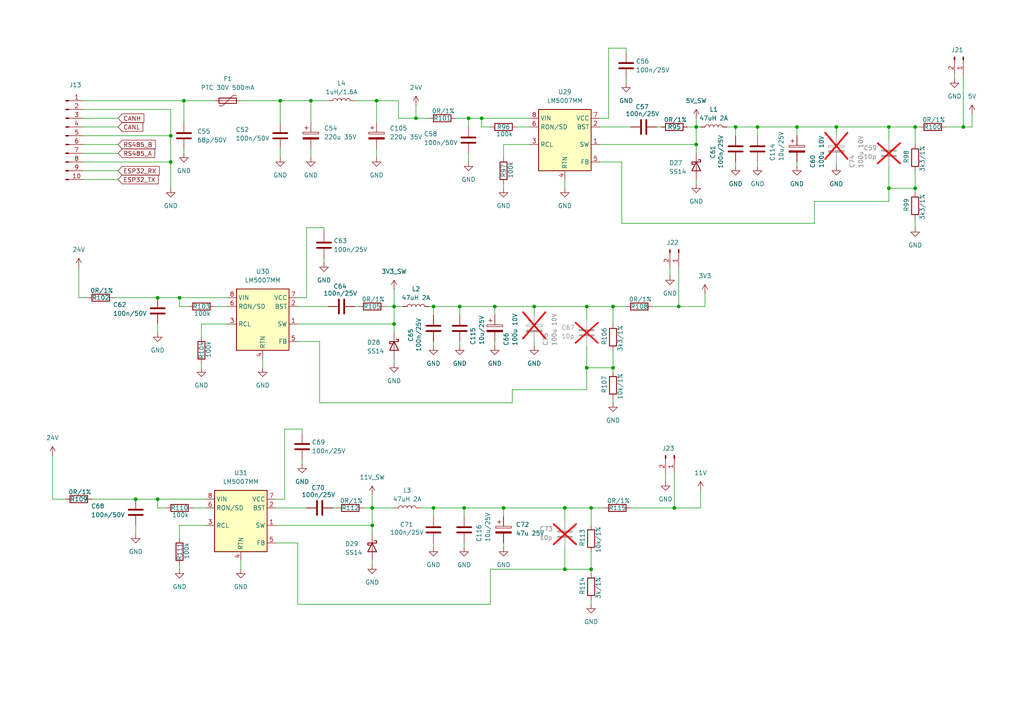
<source format=kicad_sch>
(kicad_sch (version 20250114) (generator "eeschema") (generator_version "9.0")
  (paper "A4")
  (lib_symbols
    (symbol "Connector:Conn_01x02_Pin" (pin_names (offset 1.016) (hide yes))
      (property "Reference" "J" (at 0 2.54 0))
      (property "Value" "Conn_01x02_Pin" (at 0 -5.08 0))
      (symbol "Conn_01x02_Pin_1_1"
        (pin passive line (at 5.08 0 180) (length 3.81) (name "Pin_1") (number "1"))
        (pin passive line (at 5.08 -2.54 180) (length 3.81) (name "Pin_2") (number "2"))
      )
    )
    (symbol "Connector:Conn_01x10_Pin" (pin_names (offset 1.016) (hide yes))
      (property "Reference" "J" (at 0 12.7 0))
      (property "Value" "Conn_01x10_Pin" (at 0 -15.24 0))
      (symbol "Conn_01x10_Pin_1_1"
        (pin passive line (at 5.08 10.16 180) (length 3.81) (name "Pin_1") (number "1"))
        (pin passive line (at 5.08 7.62 180) (length 3.81) (name "Pin_2") (number "2"))
        (pin passive line (at 5.08 5.08 180) (length 3.81) (name "Pin_3") (number "3"))
        (pin passive line (at 5.08 2.54 180) (length 3.81) (name "Pin_4") (number "4"))
        (pin passive line (at 5.08 0 180) (length 3.81) (name "Pin_5") (number "5"))
        (pin passive line (at 5.08 -2.54 180) (length 3.81) (name "Pin_6") (number "6"))
        (pin passive line (at 5.08 -5.08 180) (length 3.81) (name "Pin_7") (number "7"))
        (pin passive line (at 5.08 -7.62 180) (length 3.81) (name "Pin_8") (number "8"))
        (pin passive line (at 5.08 -10.16 180) (length 3.81) (name "Pin_9") (number "9"))
        (pin passive line (at 5.08 -12.7 180) (length 3.81) (name "Pin_10") (number "10"))
      )
    )
    (symbol "Device:C" (pin_numbers (hide yes)) (pin_names (offset 0.254))
      (property "Reference" "C" (at 0.635 2.54 0))
      (property "Value" "C" (at 0.635 -2.54 0))
      (symbol "C_1_1"
        (pin passive line (at 0 3.81 270) (length 2.794) (name "~") (number "1"))
        (pin passive line (at 0 -3.81 90) (length 2.794) (name "~") (number "2"))
      )
    )
    (symbol "Device:C_Polarized" (pin_numbers (hide yes)) (pin_names (offset 0.254))
      (property "Reference" "C" (at 0.635 2.54 0))
      (property "Value" "C_Polarized" (at 0.635 -2.54 0))
      (symbol "C_Polarized_1_1"
        (pin passive line (at 0 3.81 270) (length 2.794) (name "~") (number "1"))
        (pin passive line (at 0 -3.81 90) (length 2.794) (name "~") (number "2"))
      )
    )
    (symbol "Device:D_Schottky" (pin_numbers (hide yes)) (pin_names (offset 1.016) (hide yes))
      (property "Reference" "D" (at 0 2.54 0))
      (property "Value" "D_Schottky" (at 0 -2.54 0))
      (symbol "D_Schottky_1_1"
        (pin passive line (at -3.81 0 0) (length 2.54) (name "K") (number "1"))
        (pin passive line (at 3.81 0 180) (length 2.54) (name "A") (number "2"))
      )
    )
    (symbol "Device:L" (pin_numbers (hide yes)) (pin_names (offset 1.016) (hide yes))
      (property "Reference" "L" (at -1.27 0 90))
      (property "Value" "L" (at 1.905 0 90))
      (symbol "L_1_1"
        (pin passive line (at 0 3.81 270) (length 1.27) (name "1") (number "1"))
        (pin passive line (at 0 -3.81 90) (length 1.27) (name "2") (number "2"))
      )
    )
    (symbol "Device:Polyfuse" (pin_numbers (hide yes)) (pin_names (offset 0))
      (property "Reference" "F" (at -2.54 0 90))
      (property "Value" "Polyfuse" (at 2.54 0 90))
      (symbol "Polyfuse_1_1"
        (pin passive line (at 0 3.81 270) (length 1.27) (name "~") (number "1"))
        (pin passive line (at 0 -3.81 90) (length 1.27) (name "~") (number "2"))
      )
    )
    (symbol "Device:R" (pin_numbers (hide yes)) (pin_names (offset 0))
      (property "Reference" "R" (at 2.032 0 90))
      (property "Value" "R" (at 0 0 90))
      (symbol "R_1_1"
        (pin passive line (at 0 3.81 270) (length 1.27) (name "~") (number "1"))
        (pin passive line (at 0 -3.81 90) (length 1.27) (name "~") (number "2"))
      )
    )
    (symbol "Regulator_Switching:LM5007MM"
      (property "Reference" "U" (at -7.62 8.89 0))
      (property "Value" "LM5007MM" (at 0 8.89 0))
      (symbol "LM5007MM_1_1"
        (pin power_in line (at -10.16 5.08 0) (length 2.54) (name "VIN") (number "8"))
        (pin input line (at -10.16 2.54 0) (length 2.54) (name "RON/SD") (number "6"))
        (pin input line (at -10.16 -2.54 0) (length 2.54) (name "RCL") (number "3"))
        (pin power_in line (at 0 -12.7 90) (length 2.54) (name "RTN") (number "4"))
        (pin output line (at 10.16 5.08 180) (length 2.54) (name "VCC") (number "7"))
        (pin input line (at 10.16 2.54 180) (length 2.54) (name "BST") (number "2"))
        (pin output line (at 10.16 -2.54 180) (length 2.54) (name "SW") (number "1"))
        (pin input line (at 10.16 -7.62 180) (length 2.54) (name "FB") (number "5"))
      )
    )
    (symbol "power:GND" (power) (pin_numbers (hide yes)) (pin_names (offset 0) (hide yes))
      (property "Value" "GND" (at 0 -3.81 0))
      (symbol "GND_1_1"
        (pin power_in line (at 0 0 270) (length 0) (name "~") (number "1"))
      )
    )
    (symbol "power:VCC" (power) (pin_numbers (hide yes)) (pin_names (offset 0) (hide yes))
      (property "Value" "VCC" (at 0 3.556 0))
      (symbol "VCC_1_1"
        (pin power_in line (at 0 0 90) (length 0) (name "~") (number "1"))
      )
    )
  )
  (junction (at 49.53 39.37))
  (junction (at 257.81 54.61))
  (junction (at 163.83 147.32))
  (junction (at 213.36 36.83))
  (junction (at 53.34 29.21))
  (junction (at 146.05 147.32))
  (junction (at 49.53 46.99))
  (junction (at 265.43 54.61))
  (junction (at 107.95 147.32))
  (junction (at 109.22 29.21))
  (junction (at 135.89 34.29))
  (junction (at 265.43 36.83))
  (junction (at 171.45 147.32))
  (junction (at 120.65 34.29))
  (junction (at 170.18 88.9))
  (junction (at 133.35 88.9))
  (junction (at 195.58 147.32))
  (junction (at 143.51 88.9))
  (junction (at 125.73 88.9))
  (junction (at 279.4 36.83))
  (junction (at 257.81 36.83))
  (junction (at 45.72 86.36))
  (junction (at 219.71 36.83))
  (junction (at 134.62 147.32))
  (junction (at 81.28 29.21))
  (junction (at 125.73 147.32))
  (junction (at 39.37 144.78))
  (junction (at 201.93 36.83))
  (junction (at 170.18 106.68))
  (junction (at 114.3 88.9))
  (junction (at 163.83 165.1))
  (junction (at 45.72 144.78))
  (junction (at 90.17 29.21))
  (junction (at 242.57 36.83))
  (junction (at 196.85 88.9))
  (junction (at 52.07 86.36))
  (junction (at 231.14 36.83))
  (junction (at 154.94 88.9))
  (junction (at 177.8 88.9))
  (junction (at 114.3 93.98))
  (junction (at 107.95 152.4))
  (junction (at 139.7 34.29))
  (junction (at 177.8 106.68))
  (junction (at 201.93 41.91))
  (junction (at 171.45 165.1))
  (wire (pts (xy 76.2 104.14) (xy 76.2 106.68)))
  (wire (pts (xy 24.13 39.37) (xy 49.53 39.37)))
  (wire (pts (xy 114.3 88.9) (xy 111.76 88.9)))
  (wire (pts (xy 170.18 100.33) (xy 170.18 106.68)))
  (wire (pts (xy 125.73 88.9) (xy 133.35 88.9)))
  (wire (pts (xy 170.18 113.03) (xy 170.18 106.68)))
  (wire (pts (xy 24.13 46.99) (xy 49.53 46.99)))
  (wire (pts (xy 24.13 36.83) (xy 34.29 36.83)))
  (wire (pts (xy 171.45 165.1) (xy 171.45 166.37)))
  (wire (pts (xy 66.04 93.98) (xy 58.42 93.98)))
  (wire (pts (xy 107.95 147.32) (xy 105.41 147.32)))
  (wire (pts (xy 279.4 21.59) (xy 279.4 36.83)))
  (wire (pts (xy 114.3 93.98) (xy 114.3 88.9)))
  (wire (pts (xy 39.37 152.4) (xy 39.37 154.94)))
  (wire (pts (xy 69.85 29.21) (xy 81.28 29.21)))
  (wire (pts (xy 171.45 165.1) (xy 163.83 165.1)))
  (wire (pts (xy 53.34 29.21) (xy 62.23 29.21)))
  (wire (pts (xy 219.71 36.83) (xy 231.14 36.83)))
  (wire (pts (xy 33.02 86.36) (xy 45.72 86.36)))
  (wire (pts (xy 181.61 22.86) (xy 181.61 24.13)))
  (wire (pts (xy 176.53 34.29) (xy 176.53 13.97)))
  (wire (pts (xy 180.34 46.99) (xy 173.99 46.99)))
  (wire (pts (xy 173.99 41.91) (xy 201.93 41.91)))
  (wire (pts (xy 124.46 88.9) (xy 125.73 88.9)))
  (wire (pts (xy 55.88 147.32) (xy 59.69 147.32)))
  (wire (pts (xy 142.24 175.26) (xy 142.24 165.1)))
  (wire (pts (xy 109.22 35.56) (xy 109.22 29.21)))
  (wire (pts (xy 92.71 99.06) (xy 92.71 116.84)))
  (wire (pts (xy 204.47 85.09) (xy 204.47 88.9)))
  (wire (pts (xy 49.53 46.99) (xy 49.53 54.61)))
  (wire (pts (xy 148.59 113.03) (xy 170.18 113.03)))
  (wire (pts (xy 62.23 88.9) (xy 66.04 88.9)))
  (wire (pts (xy 170.18 88.9) (xy 177.8 88.9)))
  (wire (pts (xy 163.83 147.32) (xy 163.83 151.13)))
  (wire (pts (xy 120.65 34.29) (xy 120.65 30.48)))
  (wire (pts (xy 213.36 36.83) (xy 219.71 36.83)))
  (wire (pts (xy 92.71 116.84) (xy 148.59 116.84)))
  (wire (pts (xy 201.93 41.91) (xy 201.93 36.83)))
  (wire (pts (xy 146.05 157.48) (xy 146.05 158.75)))
  (wire (pts (xy 143.51 88.9) (xy 154.94 88.9)))
  (wire (pts (xy 90.17 29.21) (xy 95.25 29.21)))
  (wire (pts (xy 52.07 165.1) (xy 52.07 163.83)))
  (wire (pts (xy 133.35 88.9) (xy 133.35 91.44)))
  (wire (pts (xy 135.89 34.29) (xy 139.7 34.29)))
  (wire (pts (xy 173.99 36.83) (xy 182.88 36.83)))
  (wire (pts (xy 257.81 58.42) (xy 257.81 54.61)))
  (wire (pts (xy 88.9 66.04) (xy 93.98 66.04)))
  (wire (pts (xy 86.36 88.9) (xy 95.25 88.9)))
  (wire (pts (xy 87.63 133.35) (xy 87.63 134.62)))
  (wire (pts (xy 281.94 36.83) (xy 281.94 33.02)))
  (wire (pts (xy 69.85 162.56) (xy 69.85 165.1)))
  (wire (pts (xy 86.36 86.36) (xy 88.9 86.36)))
  (wire (pts (xy 171.45 147.32) (xy 171.45 152.4)))
  (wire (pts (xy 266.7 36.83) (xy 265.43 36.83)))
  (wire (pts (xy 58.42 106.68) (xy 58.42 105.41)))
  (wire (pts (xy 236.22 58.42) (xy 257.81 58.42)))
  (wire (pts (xy 219.71 36.83) (xy 219.71 39.37)))
  (wire (pts (xy 80.01 144.78) (xy 82.55 144.78)))
  (wire (pts (xy 177.8 101.6) (xy 177.8 106.68)))
  (wire (pts (xy 163.83 147.32) (xy 171.45 147.32)))
  (wire (pts (xy 153.67 41.91) (xy 146.05 41.91)))
  (wire (pts (xy 58.42 93.98) (xy 58.42 97.79)))
  (wire (pts (xy 276.86 21.59) (xy 276.86 22.86)))
  (wire (pts (xy 139.7 36.83) (xy 139.7 34.29)))
  (wire (pts (xy 49.53 39.37) (xy 49.53 46.99)))
  (wire (pts (xy 86.36 157.48) (xy 80.01 157.48)))
  (wire (pts (xy 171.45 173.99) (xy 171.45 175.26)))
  (wire (pts (xy 90.17 43.18) (xy 90.17 45.72)))
  (wire (pts (xy 24.13 44.45) (xy 34.29 44.45)))
  (wire (pts (xy 257.81 48.26) (xy 257.81 54.61)))
  (wire (pts (xy 257.81 36.83) (xy 257.81 40.64)))
  (wire (pts (xy 124.46 34.29) (xy 120.65 34.29)))
  (wire (pts (xy 54.61 88.9) (xy 52.07 88.9)))
  (wire (pts (xy 195.58 147.32) (xy 203.2 147.32)))
  (wire (pts (xy 87.63 124.46) (xy 87.63 125.73)))
  (wire (pts (xy 154.94 99.06) (xy 154.94 100.33)))
  (wire (pts (xy 81.28 43.18) (xy 81.28 45.72)))
  (wire (pts (xy 180.34 64.77) (xy 236.22 64.77)))
  (wire (pts (xy 274.32 36.83) (xy 279.4 36.83)))
  (wire (pts (xy 48.26 147.32) (xy 45.72 147.32)))
  (wire (pts (xy 148.59 116.84) (xy 148.59 113.03)))
  (wire (pts (xy 177.8 88.9) (xy 181.61 88.9)))
  (wire (pts (xy 177.8 88.9) (xy 177.8 93.98)))
  (wire (pts (xy 39.37 144.78) (xy 45.72 144.78)))
  (wire (pts (xy 201.93 52.07) (xy 201.93 53.34)))
  (wire (pts (xy 242.57 36.83) (xy 257.81 36.83)))
  (wire (pts (xy 45.72 147.32) (xy 45.72 144.78)))
  (wire (pts (xy 24.13 34.29) (xy 34.29 34.29)))
  (wire (pts (xy 142.24 165.1) (xy 163.83 165.1)))
  (wire (pts (xy 125.73 147.32) (xy 134.62 147.32)))
  (wire (pts (xy 125.73 147.32) (xy 125.73 149.86)))
  (wire (pts (xy 149.86 36.83) (xy 153.67 36.83)))
  (wire (pts (xy 109.22 43.18) (xy 109.22 45.72)))
  (wire (pts (xy 80.01 152.4) (xy 107.95 152.4)))
  (wire (pts (xy 80.01 147.32) (xy 88.9 147.32)))
  (wire (pts (xy 45.72 144.78) (xy 59.69 144.78)))
  (wire (pts (xy 52.07 86.36) (xy 66.04 86.36)))
  (wire (pts (xy 196.85 77.47) (xy 196.85 88.9)))
  (wire (pts (xy 154.94 88.9) (xy 154.94 91.44)))
  (wire (pts (xy 134.62 157.48) (xy 134.62 158.75)))
  (wire (pts (xy 170.18 88.9) (xy 170.18 92.71)))
  (wire (pts (xy 146.05 54.61) (xy 146.05 53.34)))
  (wire (pts (xy 26.67 144.78) (xy 39.37 144.78)))
  (wire (pts (xy 163.83 158.75) (xy 163.83 165.1)))
  (wire (pts (xy 132.08 34.29) (xy 135.89 34.29)))
  (wire (pts (xy 154.94 88.9) (xy 170.18 88.9)))
  (wire (pts (xy 92.71 99.06) (xy 86.36 99.06)))
  (wire (pts (xy 193.04 137.16) (xy 193.04 139.7)))
  (wire (pts (xy 139.7 34.29) (xy 153.67 34.29)))
  (wire (pts (xy 96.52 147.32) (xy 97.79 147.32)))
  (wire (pts (xy 107.95 147.32) (xy 114.3 147.32)))
  (wire (pts (xy 82.55 124.46) (xy 87.63 124.46)))
  (wire (pts (xy 213.36 36.83) (xy 213.36 39.37)))
  (wire (pts (xy 115.57 29.21) (xy 115.57 34.29)))
  (wire (pts (xy 146.05 147.32) (xy 163.83 147.32)))
  (wire (pts (xy 213.36 46.99) (xy 213.36 48.26)))
  (wire (pts (xy 19.05 144.78) (xy 15.24 144.78)))
  (wire (pts (xy 81.28 35.56) (xy 81.28 29.21)))
  (wire (pts (xy 52.07 152.4) (xy 52.07 156.21)))
  (wire (pts (xy 133.35 88.9) (xy 143.51 88.9)))
  (wire (pts (xy 190.5 36.83) (xy 191.77 36.83)))
  (wire (pts (xy 53.34 43.18) (xy 53.34 44.45)))
  (wire (pts (xy 177.8 115.57) (xy 177.8 116.84)))
  (wire (pts (xy 143.51 99.06) (xy 143.51 100.33)))
  (wire (pts (xy 231.14 36.83) (xy 242.57 36.83)))
  (wire (pts (xy 53.34 29.21) (xy 53.34 35.56)))
  (wire (pts (xy 173.99 34.29) (xy 176.53 34.29)))
  (wire (pts (xy 82.55 144.78) (xy 82.55 124.46)))
  (wire (pts (xy 236.22 64.77) (xy 236.22 58.42)))
  (wire (pts (xy 201.93 41.91) (xy 201.93 44.45)))
  (wire (pts (xy 189.23 88.9) (xy 196.85 88.9)))
  (wire (pts (xy 171.45 147.32) (xy 175.26 147.32)))
  (wire (pts (xy 107.95 152.4) (xy 107.95 154.94)))
  (wire (pts (xy 114.3 104.14) (xy 114.3 105.41)))
  (wire (pts (xy 107.95 152.4) (xy 107.95 147.32)))
  (wire (pts (xy 265.43 54.61) (xy 257.81 54.61)))
  (wire (pts (xy 210.82 36.83) (xy 213.36 36.83)))
  (wire (pts (xy 146.05 41.91) (xy 146.05 45.72)))
  (wire (pts (xy 180.34 46.99) (xy 180.34 64.77)))
  (wire (pts (xy 134.62 147.32) (xy 134.62 149.86)))
  (wire (pts (xy 49.53 31.75) (xy 49.53 39.37)))
  (wire (pts (xy 196.85 88.9) (xy 204.47 88.9)))
  (wire (pts (xy 231.14 36.83) (xy 231.14 39.37)))
  (wire (pts (xy 22.86 86.36) (xy 25.4 86.36)))
  (wire (pts (xy 93.98 74.93) (xy 93.98 76.2)))
  (wire (pts (xy 265.43 49.53) (xy 265.43 54.61)))
  (wire (pts (xy 24.13 31.75) (xy 49.53 31.75)))
  (wire (pts (xy 265.43 36.83) (xy 265.43 41.91)))
  (wire (pts (xy 59.69 152.4) (xy 52.07 152.4)))
  (wire (pts (xy 142.24 36.83) (xy 139.7 36.83)))
  (wire (pts (xy 121.92 147.32) (xy 125.73 147.32)))
  (wire (pts (xy 125.73 99.06) (xy 125.73 100.33)))
  (wire (pts (xy 114.3 83.82) (xy 114.3 88.9)))
  (wire (pts (xy 176.53 13.97) (xy 181.61 13.97)))
  (wire (pts (xy 201.93 34.29) (xy 201.93 36.83)))
  (wire (pts (xy 22.86 77.47) (xy 22.86 86.36)))
  (wire (pts (xy 86.36 175.26) (xy 142.24 175.26)))
  (wire (pts (xy 90.17 35.56) (xy 90.17 29.21)))
  (wire (pts (xy 279.4 36.83) (xy 281.94 36.83)))
  (wire (pts (xy 195.58 137.16) (xy 195.58 147.32)))
  (wire (pts (xy 231.14 46.99) (xy 231.14 48.26)))
  (wire (pts (xy 219.71 46.99) (xy 219.71 48.26)))
  (wire (pts (xy 265.43 63.5) (xy 265.43 66.04)))
  (wire (pts (xy 86.36 157.48) (xy 86.36 175.26)))
  (wire (pts (xy 133.35 99.06) (xy 133.35 100.33)))
  (wire (pts (xy 265.43 54.61) (xy 265.43 55.88)))
  (wire (pts (xy 182.88 147.32) (xy 195.58 147.32)))
  (wire (pts (xy 257.81 36.83) (xy 265.43 36.83)))
  (wire (pts (xy 45.72 86.36) (xy 52.07 86.36)))
  (wire (pts (xy 15.24 132.08) (xy 15.24 144.78)))
  (wire (pts (xy 194.31 77.47) (xy 194.31 80.01)))
  (wire (pts (xy 125.73 157.48) (xy 125.73 158.75)))
  (wire (pts (xy 134.62 147.32) (xy 146.05 147.32)))
  (wire (pts (xy 242.57 36.83) (xy 242.57 39.37)))
  (wire (pts (xy 24.13 52.07) (xy 34.29 52.07)))
  (wire (pts (xy 242.57 46.99) (xy 242.57 48.26)))
  (wire (pts (xy 135.89 44.45) (xy 135.89 46.99)))
  (wire (pts (xy 201.93 36.83) (xy 203.2 36.83)))
  (wire (pts (xy 203.2 147.32) (xy 203.2 142.24)))
  (wire (pts (xy 125.73 88.9) (xy 125.73 91.44)))
  (wire (pts (xy 181.61 13.97) (xy 181.61 15.24)))
  (wire (pts (xy 102.87 88.9) (xy 104.14 88.9)))
  (wire (pts (xy 93.98 66.04) (xy 93.98 67.31)))
  (wire (pts (xy 107.95 162.56) (xy 107.95 163.83)))
  (wire (pts (xy 102.87 29.21) (xy 109.22 29.21)))
  (wire (pts (xy 146.05 147.32) (xy 146.05 149.86)))
  (wire (pts (xy 109.22 29.21) (xy 115.57 29.21)))
  (wire (pts (xy 115.57 34.29) (xy 120.65 34.29)))
  (wire (pts (xy 171.45 160.02) (xy 171.45 165.1)))
  (wire (pts (xy 177.8 106.68) (xy 170.18 106.68)))
  (wire (pts (xy 45.72 93.98) (xy 45.72 96.52)))
  (wire (pts (xy 86.36 93.98) (xy 114.3 93.98)))
  (wire (pts (xy 163.83 52.07) (xy 163.83 54.61)))
  (wire (pts (xy 143.51 88.9) (xy 143.51 91.44)))
  (wire (pts (xy 114.3 88.9) (xy 116.84 88.9)))
  (wire (pts (xy 90.17 29.21) (xy 81.28 29.21)))
  (wire (pts (xy 24.13 49.53) (xy 34.29 49.53)))
  (wire (pts (xy 107.95 143.51) (xy 107.95 147.32)))
  (wire (pts (xy 114.3 93.98) (xy 114.3 96.52)))
  (wire (pts (xy 52.07 88.9) (xy 52.07 86.36)))
  (wire (pts (xy 24.13 29.21) (xy 53.34 29.21)))
  (wire (pts (xy 135.89 36.83) (xy 135.89 34.29)))
  (wire (pts (xy 177.8 106.68) (xy 177.8 107.95)))
  (wire (pts (xy 24.13 41.91) (xy 34.29 41.91)))
  (wire (pts (xy 88.9 86.36) (xy 88.9 66.04)))
  (wire (pts (xy 201.93 36.83) (xy 199.39 36.83)))
  (global_label "CANH" (shape input) (at 34.29 34.29 0) (property "Intersheetrefs" "${INTERSHEET_REFS}" (effects (hide yes))))
  (global_label "RS485_B" (shape input) (at 34.29 41.91 0) (property "Intersheetrefs" "${INTERSHEET_REFS}" (effects (hide yes))))
  (global_label "CANL" (shape input) (at 34.29 36.83 0) (property "Intersheetrefs" "${INTERSHEET_REFS}" (effects (hide yes))))
  (global_label "RS485_A" (shape input) (at 34.29 44.45 0) (property "Intersheetrefs" "${INTERSHEET_REFS}" (effects (hide yes))))
  (global_label "ESP32_TX" (shape input) (at 34.29 52.07 0) (property "Intersheetrefs" "${INTERSHEET_REFS}" (effects (hide yes))))
  (global_label "ESP32_RX" (shape input) (at 34.29 49.53 0) (property "Intersheetrefs" "${INTERSHEET_REFS}" (effects (hide yes))))
  (symbol (lib_id "power:VCC") (at 120.65 30.48 0) (unit 1)
    (property "Reference" "#PWR0213" (effects (hide yes)))
    (property "Value" "24V" (at 120.65 25.4 0))
    (property "Description" "Power symbol creates a global label with name \"VCC\"" (effects (hide yes)))
  )
  (symbol (lib_id "Device:R") (at 185.42 88.9 90) (unit 1)
    (property "Reference" "R108" (at 185.42 88.9 90))
    (property "Value" "0R/1%" (at 185.7392 86.8198 90))
    (property "Footprint" "Resistor_SMD:R_0603_1608Metric" (effects (hide yes)))
    (property "Description" "Resistor" (effects (hide yes)))
    (property "JLC_PN" "C21189" (effects (hide yes)))
  )
  (symbol (lib_id "power:VCC") (at 203.2 142.24 0) (unit 1)
    (property "Reference" "#PWR0210" (effects (hide yes)))
    (property "Value" "11V" (at 203.2 137.16 0))
    (property "Description" "Power symbol creates a global label with name \"VCC\"" (effects (hide yes)))
  )
  (symbol (lib_id "Device:C_Polarized") (at 143.51 95.25 0) (unit 1)
    (property "Reference" "C66" (at 146.812 100.33 90) (effects (justify left)))
    (property "Value" "100u 10V" (at 149.352 100.33 90) (effects (justify left)))
    (property "Footprint" "Capacitor_SMD:CP_Elec_5x5.3" (effects (hide yes)))
    (property "Description" "Polarized capacitor" (effects (hide yes)))
    (property "JLC_PN" " C3347" (effects (hide yes)))
  )
  (symbol (lib_id "Device:C_Polarized") (at 90.17 39.37 0) (unit 1)
    (property "Reference" "C54" (at 93.98 37.2109 0) (effects (justify left)))
    (property "Value" "220u 35V" (at 93.98 39.7509 0) (effects (justify left)))
    (property "Footprint" "Capacitor_SMD:CP_Elec_8x10.5" (effects (hide yes)))
    (property "Description" "Polarized capacitor" (effects (hide yes)))
    (property "JLC_PN" " C3340" (effects (hide yes)))
  )
  (symbol (lib_id "Device:C") (at 135.89 40.64 0) (unit 1)
    (property "Reference" "C58" (at 122.936 38.862 0) (effects (justify left)))
    (property "Value" "100n/50V" (at 122.936 41.402 0) (effects (justify left)))
    (property "Footprint" "Capacitor_SMD:C_0402_1005Metric" (effects (hide yes)))
    (property "Description" "Unpolarized capacitor" (effects (hide yes)))
    (property "JLC_PN" "C77014" (effects (hide yes)))
  )
  (symbol (lib_id "power:VCC") (at 15.24 132.08 0) (unit 1)
    (property "Reference" "#PWR0215" (effects (hide yes)))
    (property "Value" "24V" (at 15.24 127 0))
    (property "Description" "Power symbol creates a global label with name \"VCC\"" (effects (hide yes)))
  )
  (symbol (lib_id "Regulator_Switching:LM5007MM") (at 163.83 39.37 0) (unit 1)
    (property "Reference" "U29" (at 163.83 26.67 0))
    (property "Value" "LM5007MM" (at 163.83 29.21 0))
    (property "Footprint" "Package_SO:VSSOP-8_3x3mm_P0.65mm" (effects (hide yes)))
    (property "Datasheet" "http://www.ti.com/lit/ds/symlink/lm5007.pdf" (effects (hide yes)))
    (property "Description" "700mA, High Voltage (80V) Step-Down Switching Regulator, Adjustable Output Voltage, MSOP-8" (effects (hide yes)))
    (property "JLC_PN" "C9423 " (effects (hide yes)))
  )
  (symbol (lib_id "power:GND") (at 193.04 139.7 0) (unit 1)
    (property "Reference" "#PWR0296" (effects (hide yes)))
    (property "Value" "GND" (at 193.04 144.78 0))
    (property "Description" "Power symbol creates a global label with name \"GND\" , ground" (effects (hide yes)))
  )
  (symbol (lib_id "Device:C") (at 93.98 71.12 0) (unit 1)
    (property "Reference" "C63" (at 96.774 69.85 0) (effects (justify left)))
    (property "Value" "100n/25V" (at 96.774 72.39 0) (effects (justify left)))
    (property "Footprint" "Capacitor_SMD:C_0402_1005Metric" (effects (hide yes)))
    (property "Description" "Unpolarized capacitor" (effects (hide yes)))
    (property "JLC_PN" "C77014" (effects (hide yes)))
  )
  (symbol (lib_id "Regulator_Switching:LM5007MM") (at 76.2 91.44 0) (unit 1)
    (property "Reference" "U30" (at 76.2 78.74 0))
    (property "Value" "LM5007MM" (at 76.2 81.28 0))
    (property "Footprint" "Package_SO:VSSOP-8_3x3mm_P0.65mm" (effects (hide yes)))
    (property "Datasheet" "http://www.ti.com/lit/ds/symlink/lm5007.pdf" (effects (hide yes)))
    (property "Description" "700mA, High Voltage (80V) Step-Down Switching Regulator, Adjustable Output Voltage, MSOP-8" (effects (hide yes)))
    (property "JLC_PN" "C9423 " (effects (hide yes)))
  )
  (symbol (lib_id "Device:C") (at 219.71 43.18 0) (unit 1)
    (property "Reference" "C114" (at 224.028 46.736 90) (effects (justify left)))
    (property "Value" "10u/25V" (at 226.568 46.736 90) (effects (justify left)))
    (property "Footprint" "Capacitor_SMD:C_1206_3216Metric" (effects (hide yes)))
    (property "Description" "Unpolarized capacitor" (effects (hide yes)))
    (property "JLC_PN" "C9807" (effects (hide yes)))
  )
  (symbol (lib_id "Device:R") (at 58.42 101.6 180) (unit 1)
    (property "Reference" "R104" (at 58.42 101.6 90))
    (property "Value" "100k" (at 60.452 101.346 90))
    (property "Footprint" "Resistor_SMD:R_0603_1608Metric" (effects (hide yes)))
    (property "Description" "Resistor" (effects (hide yes)))
    (property "JLC_PN" "C15458" (effects (hide yes)))
  )
  (symbol (lib_id "power:VCC") (at 22.86 77.47 0) (unit 1)
    (property "Reference" "#PWR0214" (effects (hide yes)))
    (property "Value" "24V" (at 22.86 72.39 0))
    (property "Description" "Power symbol creates a global label with name \"VCC\"" (effects (hide yes)))
  )
  (symbol (lib_id "Device:C") (at 92.71 147.32 90) (unit 1)
    (property "Reference" "C70" (at 94.234 141.478 90) (effects (justify left)))
    (property "Value" "100n/25V" (at 97.282 143.51 90) (effects (justify left)))
    (property "Footprint" "Capacitor_SMD:C_0402_1005Metric" (effects (hide yes)))
    (property "Description" "Unpolarized capacitor" (effects (hide yes)))
    (property "JLC_PN" "C77014" (effects (hide yes)))
  )
  (symbol (lib_id "power:GND") (at 163.83 54.61 0) (unit 1)
    (property "Reference" "#PWR0185" (effects (hide yes)))
    (property "Value" "GND" (at 163.83 59.69 0))
    (property "Description" "Power symbol creates a global label with name \"GND\" , ground" (effects (hide yes)))
  )
  (symbol (lib_id "Device:D_Schottky") (at 114.3 100.33 270) (unit 1)
    (property "Reference" "D28" (at 106.426 99.314 90) (effects (justify left)))
    (property "Value" "SS14" (at 106.426 101.854 90) (effects (justify left)))
    (property "Footprint" "Diode_SMD:D_SMA" (effects (hide yes)))
    (property "Description" "Schottky diode" (effects (hide yes)))
    (property "JLC_PN" "C2480" (effects (hide yes)))
  )
  (symbol (lib_id "Device:R") (at 270.51 36.83 90) (unit 1)
    (property "Reference" "R100" (at 270.51 36.83 90))
    (property "Value" "0R/1%" (at 270.8292 34.7498 90))
    (property "Footprint" "Resistor_SMD:R_0603_1608Metric" (effects (hide yes)))
    (property "Description" "Resistor" (effects (hide yes)))
    (property "JLC_PN" "C21189" (effects (hide yes)))
  )
  (symbol (lib_id "Device:C") (at 257.81 44.45 0) (unit 1) (in_bom no) (dnp yes)
    (property "Reference" "C59" (at 250.444 42.926 0) (effects (justify left)))
    (property "Value" "10p" (at 250.444 45.466 0) (effects (justify left)))
    (property "Footprint" "Capacitor_SMD:C_0402_1005Metric" (effects (hide yes)))
    (property "Description" "Unpolarized capacitor" (effects (hide yes)))
    (property "JLC_PN" "C77014" (effects (hide yes)))
  )
  (symbol (lib_id "power:GND") (at 146.05 54.61 0) (unit 1)
    (property "Reference" "#PWR0186" (effects (hide yes)))
    (property "Value" "GND" (at 146.05 59.69 0))
    (property "Description" "Power symbol creates a global label with name \"GND\" , ground" (effects (hide yes)))
  )
  (symbol (lib_id "Device:C") (at 45.72 90.17 0) (unit 1)
    (property "Reference" "C62" (at 32.766 88.392 0) (effects (justify left)))
    (property "Value" "100n/50V" (at 32.766 90.932 0) (effects (justify left)))
    (property "Footprint" "Capacitor_SMD:C_0402_1005Metric" (effects (hide yes)))
    (property "Description" "Unpolarized capacitor" (effects (hide yes)))
    (property "JLC_PN" "C77014" (effects (hide yes)))
  )
  (symbol (lib_id "Device:C_Polarized") (at 146.05 153.67 0) (unit 1)
    (property "Reference" "C72" (at 149.606 152.146 0) (effects (justify left)))
    (property "Value" "47u 25V" (at 149.606 154.686 0) (effects (justify left)))
    (property "Footprint" "Capacitor_SMD:CP_Elec_6.3x5.4" (effects (hide yes)))
    (property "Description" "Polarized capacitor" (effects (hide yes)))
    (property "JLC_PN" "C30034" (effects (hide yes)))
  )
  (symbol (lib_id "power:GND") (at 143.51 100.33 0) (unit 1)
    (property "Reference" "#PWR0198" (effects (hide yes)))
    (property "Value" "GND" (at 143.51 105.41 0))
    (property "Description" "Power symbol creates a global label with name \"GND\" , ground" (effects (hide yes)))
  )
  (symbol (lib_id "power:GND") (at 45.72 96.52 0) (unit 1)
    (property "Reference" "#PWR0192" (effects (hide yes)))
    (property "Value" "GND" (at 45.72 101.6 0))
    (property "Description" "Power symbol creates a global label with name \"GND\" , ground" (effects (hide yes)))
  )
  (symbol (lib_id "power:GND") (at 181.61 24.13 0) (unit 1)
    (property "Reference" "#PWR0183" (effects (hide yes)))
    (property "Value" "GND" (at 181.61 29.21 0))
    (property "Description" "Power symbol creates a global label with name \"GND\" , ground" (effects (hide yes)))
  )
  (symbol (lib_id "Device:Polyfuse") (at 66.04 29.21 90) (unit 1)
    (property "Reference" "F1" (at 66.04 22.86 90))
    (property "Value" "PTC 30V 500mA" (at 66.04 25.4 90))
    (property "Footprint" "Resistor_SMD:R_1812_4532Metric" (effects (hide yes)))
    (property "Description" "Resettable fuse, polymeric positive temperature coefficient" (effects (hide yes)))
    (property "JLC_PN" "C12559" (effects (hide yes)))
  )
  (symbol (lib_id "power:GND") (at 146.05 158.75 0) (unit 1)
    (property "Reference" "#PWR0208" (effects (hide yes)))
    (property "Value" "GND" (at 146.05 163.83 0))
    (property "Description" "Power symbol creates a global label with name \"GND\" , ground" (effects (hide yes)))
  )
  (symbol (lib_id "power:GND") (at 133.35 100.33 0) (unit 1)
    (property "Reference" "#PWR0325" (effects (hide yes)))
    (property "Value" "GND" (at 133.35 105.41 0))
    (property "Description" "Power symbol creates a global label with name \"GND\" , ground" (effects (hide yes)))
  )
  (symbol (lib_id "power:GND") (at 194.31 80.01 0) (unit 1)
    (property "Reference" "#PWR0187" (effects (hide yes)))
    (property "Value" "GND" (at 194.31 85.09 0))
    (property "Description" "Power symbol creates a global label with name \"GND\" , ground" (effects (hide yes)))
  )
  (symbol (lib_id "power:GND") (at 52.07 165.1 0) (unit 1)
    (property "Reference" "#PWR0202" (effects (hide yes)))
    (property "Value" "GND" (at 52.07 170.18 0))
    (property "Description" "Power symbol creates a global label with name \"GND\" , ground" (effects (hide yes)))
  )
  (symbol (lib_id "Device:C_Polarized") (at 231.14 43.18 0) (unit 1)
    (property "Reference" "C60" (at 235.712 48.768 90) (effects (justify left)))
    (property "Value" "100u 10V" (at 238.252 48.768 90) (effects (justify left)))
    (property "Footprint" "Capacitor_SMD:CP_Elec_5x5.3" (effects (hide yes)))
    (property "Description" "Polarized capacitor" (effects (hide yes)))
    (property "JLC_PN" " C3347" (effects (hide yes)))
  )
  (symbol (lib_id "Device:C") (at 99.06 88.9 90) (unit 1)
    (property "Reference" "C64" (at 100.584 83.058 90) (effects (justify left)))
    (property "Value" "100n/25V" (at 103.632 85.09 90) (effects (justify left)))
    (property "Footprint" "Capacitor_SMD:C_0402_1005Metric" (effects (hide yes)))
    (property "Description" "Unpolarized capacitor" (effects (hide yes)))
    (property "JLC_PN" "C77014" (effects (hide yes)))
  )
  (symbol (lib_id "power:GND") (at 109.22 45.72 0) (unit 1)
    (property "Reference" "#PWR0311" (effects (hide yes)))
    (property "Value" "GND" (at 109.22 50.8 0))
    (property "Description" "Power symbol creates a global label with name \"GND\" , ground" (effects (hide yes)))
  )
  (symbol (lib_id "Device:R") (at 171.45 156.21 0) (unit 1)
    (property "Reference" "R113" (at 168.91 155.956 90))
    (property "Value" "10k/1%" (at 173.5302 156.5292 90))
    (property "Footprint" "Resistor_SMD:R_0603_1608Metric" (effects (hide yes)))
    (property "Description" "Resistor" (effects (hide yes)))
    (property "JLC_PN" "C25804" (effects (hide yes)))
  )
  (symbol (lib_id "Device:C") (at 87.63 129.54 0) (unit 1)
    (property "Reference" "C69" (at 90.424 128.27 0) (effects (justify left)))
    (property "Value" "100n/25V" (at 90.424 130.81 0) (effects (justify left)))
    (property "Footprint" "Capacitor_SMD:C_0402_1005Metric" (effects (hide yes)))
    (property "Description" "Unpolarized capacitor" (effects (hide yes)))
    (property "JLC_PN" "C77014" (effects (hide yes)))
  )
  (symbol (lib_id "power:GND") (at 242.57 48.26 0) (unit 1)
    (property "Reference" "#PWR0211" (effects (hide yes)))
    (property "Value" "GND" (at 242.57 53.34 0))
    (property "Description" "Power symbol creates a global label with name \"GND\" , ground" (effects (hide yes)))
  )
  (symbol (lib_id "Device:C_Polarized") (at 242.57 43.18 0) (unit 1) (in_bom no) (dnp yes)
    (property "Reference" "C74" (at 247.142 48.768 90) (effects (justify left)))
    (property "Value" "100u 10V" (at 249.682 48.768 90) (effects (justify left)))
    (property "Footprint" "Capacitor_SMD:CP_Elec_5x5.3" (effects (hide yes)))
    (property "Description" "Polarized capacitor" (effects (hide yes)))
    (property "JLC_PN" " C3347" (effects (hide yes)))
  )
  (symbol (lib_id "Connector:Conn_01x02_Pin") (at 196.85 72.39 270) (unit 1)
    (property "Reference" "J22" (at 193.294 70.358 90) (effects (justify left)))
    (property "Value" "Conn_01x02_Pin" (effects (hide yes)))
    (property "Footprint" "Connector_PinHeader_2.54mm:PinHeader_1x02_P2.54mm_Vertical" (effects (hide yes)))
    (property "Description" "Generic connector, single row, 01x02, script generated" (effects (hide yes)))
    (property "JLC_PN" "C225477" (effects (hide yes)))
  )
  (symbol (lib_id "Device:R") (at 29.21 86.36 90) (unit 1)
    (property "Reference" "R102" (at 29.21 86.36 90))
    (property "Value" "0R/1%" (at 29.5292 84.2798 90))
    (property "Footprint" "Resistor_SMD:R_0603_1608Metric" (effects (hide yes)))
    (property "Description" "Resistor" (effects (hide yes)))
    (property "JLC_PN" "C21189" (effects (hide yes)))
  )
  (symbol (lib_id "Device:D_Schottky") (at 201.93 48.26 270) (unit 1)
    (property "Reference" "D27" (at 194.056 47.244 90) (effects (justify left)))
    (property "Value" "SS14" (at 194.056 49.784 90) (effects (justify left)))
    (property "Footprint" "Diode_SMD:D_SMA" (effects (hide yes)))
    (property "Description" "Schottky diode" (effects (hide yes)))
    (property "JLC_PN" "C2480" (effects (hide yes)))
  )
  (symbol (lib_id "power:GND") (at 87.63 134.62 0) (unit 1)
    (property "Reference" "#PWR0204" (effects (hide yes)))
    (property "Value" "GND" (at 87.63 139.7 0))
    (property "Description" "Power symbol creates a global label with name \"GND\" , ground" (effects (hide yes)))
  )
  (symbol (lib_id "power:VCC") (at 114.3 83.82 0) (unit 1)
    (property "Reference" "#PWR0305" (effects (hide yes)))
    (property "Value" "3V3_SW" (at 114.3 78.74 0))
    (property "Description" "Power symbol creates a global label with name \"VCC\"" (effects (hide yes)))
  )
  (symbol (lib_id "Device:R") (at 128.27 34.29 90) (unit 1)
    (property "Reference" "R101" (at 128.27 34.29 90))
    (property "Value" "0R/1%" (at 128.5892 32.2098 90))
    (property "Footprint" "Resistor_SMD:R_0603_1608Metric" (effects (hide yes)))
    (property "Description" "Resistor" (effects (hide yes)))
    (property "JLC_PN" "C21189" (effects (hide yes)))
  )
  (symbol (lib_id "power:GND") (at 81.28 45.72 0) (unit 1)
    (property "Reference" "#PWR0180" (effects (hide yes)))
    (property "Value" "GND" (at 81.28 50.8 0))
    (property "Description" "Power symbol creates a global label with name \"GND\" , ground" (effects (hide yes)))
  )
  (symbol (lib_id "Device:R") (at 107.95 88.9 90) (unit 1)
    (property "Reference" "R105" (at 107.95 88.9 90))
    (property "Value" "0R/1%" (at 108.2692 86.8198 90))
    (property "Footprint" "Resistor_SMD:R_0603_1608Metric" (effects (hide yes)))
    (property "Description" "Resistor" (effects (hide yes)))
    (property "JLC_PN" "C21189" (effects (hide yes)))
  )
  (symbol (lib_id "power:GND") (at 201.93 53.34 0) (unit 1)
    (property "Reference" "#PWR0188" (effects (hide yes)))
    (property "Value" "GND" (at 201.93 58.42 0))
    (property "Description" "Power symbol creates a global label with name \"GND\" , ground" (effects (hide yes)))
  )
  (symbol (lib_id "Device:C") (at 125.73 95.25 180) (unit 1)
    (property "Reference" "C65" (at 119.126 95.25 90) (effects (justify left)))
    (property "Value" "100n/25V" (at 121.412 92.202 90) (effects (justify left)))
    (property "Footprint" "Capacitor_SMD:C_0402_1005Metric" (effects (hide yes)))
    (property "Description" "Unpolarized capacitor" (effects (hide yes)))
    (property "JLC_PN" "C77014" (effects (hide yes)))
  )
  (symbol (lib_id "power:GND") (at 53.34 44.45 0) (unit 1)
    (property "Reference" "#PWR0182" (effects (hide yes)))
    (property "Value" "GND" (at 53.34 49.53 0))
    (property "Description" "Power symbol creates a global label with name \"GND\" , ground" (effects (hide yes)))
  )
  (symbol (lib_id "Regulator_Switching:LM5007MM") (at 69.85 149.86 0) (unit 1)
    (property "Reference" "U31" (at 69.85 137.16 0))
    (property "Value" "LM5007MM" (at 69.85 139.7 0))
    (property "Footprint" "Package_SO:VSSOP-8_3x3mm_P0.65mm" (effects (hide yes)))
    (property "Datasheet" "http://www.ti.com/lit/ds/symlink/lm5007.pdf" (effects (hide yes)))
    (property "Description" "700mA, High Voltage (80V) Step-Down Switching Regulator, Adjustable Output Voltage, MSOP-8" (effects (hide yes)))
    (property "JLC_PN" "C9423 " (effects (hide yes)))
  )
  (symbol (lib_id "power:VCC") (at 281.94 33.02 0) (unit 1)
    (property "Reference" "#PWR0191" (effects (hide yes)))
    (property "Value" "5V" (at 281.94 27.94 0))
    (property "Description" "Power symbol creates a global label with name \"VCC\"" (effects (hide yes)))
  )
  (symbol (lib_id "Device:L") (at 120.65 88.9 90) (unit 1)
    (property "Reference" "L2" (at 120.65 83.82 90))
    (property "Value" "47uH 2A" (at 120.65 86.36 90))
    (property "Footprint" "Inductor_SMD:L_Bourns_SRP7028A_7.3x6.6mm" (effects (hide yes)))
    (property "Description" "Inductor" (effects (hide yes)))
    (property "JLC_PN" "C5189962" (effects (hide yes)))
  )
  (symbol (lib_id "Device:D_Schottky") (at 107.95 158.75 270) (unit 1)
    (property "Reference" "D29" (at 100.076 157.734 90) (effects (justify left)))
    (property "Value" "SS14" (at 100.076 160.274 90) (effects (justify left)))
    (property "Footprint" "Diode_SMD:D_SMA" (effects (hide yes)))
    (property "Description" "Schottky diode" (effects (hide yes)))
    (property "JLC_PN" "C2480" (effects (hide yes)))
  )
  (symbol (lib_id "power:GND") (at 76.2 106.68 0) (unit 1)
    (property "Reference" "#PWR0194" (effects (hide yes)))
    (property "Value" "GND" (at 76.2 111.76 0))
    (property "Description" "Power symbol creates a global label with name \"GND\" , ground" (effects (hide yes)))
  )
  (symbol (lib_id "Connector:Conn_01x02_Pin") (at 195.58 132.08 270) (unit 1)
    (property "Reference" "J23" (at 192.024 130.048 90) (effects (justify left)))
    (property "Value" "Conn_01x02_Pin" (effects (hide yes)))
    (property "Footprint" "Connector_PinHeader_2.54mm:PinHeader_1x02_P2.54mm_Vertical" (effects (hide yes)))
    (property "Description" "Generic connector, single row, 01x02, script generated" (effects (hide yes)))
    (property "JLC_PN" "C225477" (effects (hide yes)))
  )
  (symbol (lib_id "Connector:Conn_01x02_Pin") (at 279.4 16.51 270) (unit 1)
    (property "Reference" "J21" (at 275.844 14.478 90) (effects (justify left)))
    (property "Value" "Conn_01x02_Pin" (effects (hide yes)))
    (property "Footprint" "Connector_PinHeader_2.54mm:PinHeader_1x02_P2.54mm_Vertical" (effects (hide yes)))
    (property "Description" "Generic connector, single row, 01x02, script generated" (effects (hide yes)))
    (property "JLC_PN" "C225477" (effects (hide yes)))
  )
  (symbol (lib_id "Device:R") (at 177.8 97.79 0) (unit 1)
    (property "Reference" "R106" (at 175.26 97.536 90))
    (property "Value" "3k3/1%" (at 179.8802 98.1092 90))
    (property "Footprint" "Resistor_SMD:R_0603_1608Metric" (effects (hide yes)))
    (property "Description" "Resistor" (effects (hide yes)))
    (property "JLC_PN" "C22978" (effects (hide yes)))
  )
  (symbol (lib_id "Device:C_Polarized") (at 109.22 39.37 0) (unit 1)
    (property "Reference" "C105" (at 113.03 37.2109 0) (effects (justify left)))
    (property "Value" "220u 35V" (at 113.03 39.7509 0) (effects (justify left)))
    (property "Footprint" "Capacitor_SMD:CP_Elec_8x10.5" (effects (hide yes)))
    (property "Description" "Polarized capacitor" (effects (hide yes)))
    (property "JLC_PN" " C3340" (effects (hide yes)))
  )
  (symbol (lib_id "power:GND") (at 135.89 46.99 0) (unit 1)
    (property "Reference" "#PWR0184" (effects (hide yes)))
    (property "Value" "GND" (at 135.89 52.07 0))
    (property "Description" "Power symbol creates a global label with name \"GND\" , ground" (effects (hide yes)))
  )
  (symbol (lib_id "power:GND") (at 125.73 100.33 0) (unit 1)
    (property "Reference" "#PWR0197" (effects (hide yes)))
    (property "Value" "GND" (at 125.73 105.41 0))
    (property "Description" "Power symbol creates a global label with name \"GND\" , ground" (effects (hide yes)))
  )
  (symbol (lib_id "Device:C") (at 186.69 36.83 90) (unit 1)
    (property "Reference" "C57" (at 188.214 30.988 90) (effects (justify left)))
    (property "Value" "100n/25V" (at 191.262 33.02 90) (effects (justify left)))
    (property "Footprint" "Capacitor_SMD:C_0402_1005Metric" (effects (hide yes)))
    (property "Description" "Unpolarized capacitor" (effects (hide yes)))
    (property "JLC_PN" "C77014" (effects (hide yes)))
  )
  (symbol (lib_id "Device:C") (at 163.83 154.94 0) (unit 1) (in_bom no) (dnp yes)
    (property "Reference" "C73" (at 156.464 153.416 0) (effects (justify left)))
    (property "Value" "10p" (at 156.464 155.956 0) (effects (justify left)))
    (property "Footprint" "Capacitor_SMD:C_0402_1005Metric" (effects (hide yes)))
    (property "Description" "Unpolarized capacitor" (effects (hide yes)))
    (property "JLC_PN" "C77014" (effects (hide yes)))
  )
  (symbol (lib_id "power:VCC") (at 201.93 34.29 0) (unit 1)
    (property "Reference" "#PWR0304" (effects (hide yes)))
    (property "Value" "5V_SW" (at 201.93 29.21 0))
    (property "Description" "Power symbol creates a global label with name \"VCC\"" (effects (hide yes)))
  )
  (symbol (lib_id "Device:C") (at 81.28 39.37 0) (unit 1)
    (property "Reference" "C52" (at 68.326 37.592 0) (effects (justify left)))
    (property "Value" "100n/50V" (at 68.326 40.132 0) (effects (justify left)))
    (property "Footprint" "Capacitor_SMD:C_0402_1005Metric" (effects (hide yes)))
    (property "Description" "Unpolarized capacitor" (effects (hide yes)))
    (property "JLC_PN" "C77014" (effects (hide yes)))
  )
  (symbol (lib_id "Device:C") (at 133.35 95.25 0) (unit 1)
    (property "Reference" "C115" (at 137.16 100.076 90) (effects (justify left)))
    (property "Value" "10u/25V" (at 139.7 100.076 90) (effects (justify left)))
    (property "Footprint" "Capacitor_SMD:C_1206_3216Metric" (effects (hide yes)))
    (property "Description" "Unpolarized capacitor" (effects (hide yes)))
    (property "JLC_PN" "C9807" (effects (hide yes)))
  )
  (symbol (lib_id "Device:C") (at 125.73 153.67 180) (unit 1)
    (property "Reference" "C71" (at 119.888 152.146 0) (effects (justify left)))
    (property "Value" "100n/25V" (at 122.936 154.432 0) (effects (justify left)))
    (property "Footprint" "Capacitor_SMD:C_0402_1005Metric" (effects (hide yes)))
    (property "Description" "Unpolarized capacitor" (effects (hide yes)))
    (property "JLC_PN" "C77014" (effects (hide yes)))
  )
  (symbol (lib_id "Device:L") (at 118.11 147.32 90) (unit 1)
    (property "Reference" "L3" (at 118.11 142.24 90))
    (property "Value" "47uH 2A" (at 118.11 144.78 90))
    (property "Footprint" "Inductor_SMD:L_Bourns_SRP7028A_7.3x6.6mm" (effects (hide yes)))
    (property "Description" "Inductor" (effects (hide yes)))
    (property "JLC_PN" "C5189962" (effects (hide yes)))
  )
  (symbol (lib_id "Device:C") (at 53.34 39.37 0) (unit 1)
    (property "Reference" "C55" (at 57.15 38.0999 0) (effects (justify left)))
    (property "Value" "68p/50V" (at 57.15 40.6399 0) (effects (justify left)))
    (property "Footprint" "Capacitor_SMD:C_0402_1005Metric" (effects (hide yes)))
    (property "Description" "Unpolarized capacitor" (effects (hide yes)))
    (property "JLC_PN" "C77014" (effects (hide yes)))
  )
  (symbol (lib_id "power:GND") (at 213.36 48.26 0) (unit 1)
    (property "Reference" "#PWR0189" (effects (hide yes)))
    (property "Value" "GND" (at 213.36 53.34 0))
    (property "Description" "Power symbol creates a global label with name \"GND\" , ground" (effects (hide yes)))
  )
  (symbol (lib_id "power:GND") (at 69.85 165.1 0) (unit 1)
    (property "Reference" "#PWR0203" (effects (hide yes)))
    (property "Value" "GND" (at 69.85 170.18 0))
    (property "Description" "Power symbol creates a global label with name \"GND\" , ground" (effects (hide yes)))
  )
  (symbol (lib_id "Device:R") (at 177.8 111.76 0) (unit 1)
    (property "Reference" "R107" (at 175.26 111.506 90))
    (property "Value" "10k/1%" (at 179.8802 112.0792 90))
    (property "Footprint" "Resistor_SMD:R_0603_1608Metric" (effects (hide yes)))
    (property "Description" "Resistor" (effects (hide yes)))
    (property "JLC_PN" "C25804" (effects (hide yes)))
  )
  (symbol (lib_id "power:GND") (at 90.17 45.72 0) (unit 1)
    (property "Reference" "#PWR0181" (effects (hide yes)))
    (property "Value" "GND" (at 90.17 50.8 0))
    (property "Description" "Power symbol creates a global label with name \"GND\" , ground" (effects (hide yes)))
  )
  (symbol (lib_id "Device:C") (at 39.37 148.59 0) (unit 1)
    (property "Reference" "C68" (at 26.416 146.812 0) (effects (justify left)))
    (property "Value" "100n/50V" (at 26.416 149.352 0) (effects (justify left)))
    (property "Footprint" "Capacitor_SMD:C_0402_1005Metric" (effects (hide yes)))
    (property "Description" "Unpolarized capacitor" (effects (hide yes)))
    (property "JLC_PN" "C77014" (effects (hide yes)))
  )
  (symbol (lib_id "power:GND") (at 231.14 48.26 0) (unit 1)
    (property "Reference" "#PWR0190" (effects (hide yes)))
    (property "Value" "GND" (at 231.14 53.34 0))
    (property "Description" "Power symbol creates a global label with name \"GND\" , ground" (effects (hide yes)))
  )
  (symbol (lib_id "power:GND") (at 134.62 158.75 0) (unit 1)
    (property "Reference" "#PWR0326" (effects (hide yes)))
    (property "Value" "GND" (at 134.62 163.83 0))
    (property "Description" "Power symbol creates a global label with name \"GND\" , ground" (effects (hide yes)))
  )
  (symbol (lib_id "power:VCC") (at 107.95 143.51 0) (unit 1)
    (property "Reference" "#PWR0306" (effects (hide yes)))
    (property "Value" "11V_SW" (at 107.95 138.43 0))
    (property "Description" "Power symbol creates a global label with name \"VCC\"" (effects (hide yes)))
  )
  (symbol (lib_id "Device:R") (at 146.05 49.53 180) (unit 1)
    (property "Reference" "R97" (at 146.05 49.53 90))
    (property "Value" "100k" (at 148.082 49.276 90))
    (property "Footprint" "Resistor_SMD:R_0603_1608Metric" (effects (hide yes)))
    (property "Description" "Resistor" (effects (hide yes)))
    (property "JLC_PN" "C15458" (effects (hide yes)))
  )
  (symbol (lib_id "power:GND") (at 276.86 22.86 0) (unit 1)
    (property "Reference" "#PWR0294" (effects (hide yes)))
    (property "Value" "GND" (at 276.86 27.94 0))
    (property "Description" "Power symbol creates a global label with name \"GND\" , ground" (effects (hide yes)))
  )
  (symbol (lib_id "power:GND") (at 39.37 154.94 0) (unit 1)
    (property "Reference" "#PWR0201" (effects (hide yes)))
    (property "Value" "GND" (at 39.37 160.02 0))
    (property "Description" "Power symbol creates a global label with name \"GND\" , ground" (effects (hide yes)))
  )
  (symbol (lib_id "Device:L") (at 207.01 36.83 90) (unit 1)
    (property "Reference" "L1" (at 207.01 31.75 90))
    (property "Value" "47uH 2A" (at 207.01 34.29 90))
    (property "Footprint" "Inductor_SMD:L_Bourns_SRP7028A_7.3x6.6mm" (effects (hide yes)))
    (property "Description" "Inductor" (effects (hide yes)))
    (property "JLC_PN" "C5189962" (effects (hide yes)))
  )
  (symbol (lib_id "power:VCC") (at 204.47 85.09 0) (unit 1)
    (property "Reference" "#PWR0200" (effects (hide yes)))
    (property "Value" "3V3" (at 204.47 80.01 0))
    (property "Description" "Power symbol creates a global label with name \"VCC\"" (effects (hide yes)))
  )
  (symbol (lib_id "Device:R") (at 58.42 88.9 90) (unit 1)
    (property "Reference" "R103" (at 58.42 88.9 90))
    (property "Value" "100k" (at 58.674 90.932 90))
    (property "Footprint" "Resistor_SMD:R_0603_1608Metric" (effects (hide yes)))
    (property "Description" "Resistor" (effects (hide yes)))
    (property "JLC_PN" "C15458" (effects (hide yes)))
  )
  (symbol (lib_id "power:GND") (at 49.53 54.61 0) (unit 1)
    (property "Reference" "#PWR0154" (effects (hide yes)))
    (property "Value" "GND" (at 49.53 59.69 0))
    (property "Description" "Power symbol creates a global label with name \"GND\" , ground" (effects (hide yes)))
  )
  (symbol (lib_id "Device:R") (at 265.43 45.72 0) (unit 1)
    (property "Reference" "R98" (at 262.89 45.466 90))
    (property "Value" "3k3/1%" (at 267.5102 46.0392 90))
    (property "Footprint" "Resistor_SMD:R_0603_1608Metric" (effects (hide yes)))
    (property "Description" "Resistor" (effects (hide yes)))
    (property "JLC_PN" "C22978" (effects (hide yes)))
  )
  (symbol (lib_id "Device:R") (at 22.86 144.78 90) (unit 1)
    (property "Reference" "R109" (at 22.86 144.78 90))
    (property "Value" "0R/1%" (at 23.1792 142.6998 90))
    (property "Footprint" "Resistor_SMD:R_0603_1608Metric" (effects (hide yes)))
    (property "Description" "Resistor" (effects (hide yes)))
    (property "JLC_PN" "C21189" (effects (hide yes)))
  )
  (symbol (lib_id "Device:R") (at 179.07 147.32 90) (unit 1)
    (property "Reference" "R115" (at 179.07 147.32 90))
    (property "Value" "0R/1%" (at 179.3892 145.2398 90))
    (property "Footprint" "Resistor_SMD:R_0603_1608Metric" (effects (hide yes)))
    (property "Description" "Resistor" (effects (hide yes)))
    (property "JLC_PN" "C21189" (effects (hide yes)))
  )
  (symbol (lib_id "Device:R") (at 52.07 147.32 90) (unit 1)
    (property "Reference" "R110" (at 52.07 147.32 90))
    (property "Value" "100k" (at 52.324 149.352 90))
    (property "Footprint" "Resistor_SMD:R_0603_1608Metric" (effects (hide yes)))
    (property "Description" "Resistor" (effects (hide yes)))
    (property "JLC_PN" "C15458" (effects (hide yes)))
  )
  (symbol (lib_id "Device:C") (at 181.61 19.05 0) (unit 1)
    (property "Reference" "C56" (at 184.404 17.78 0) (effects (justify left)))
    (property "Value" "100n/25V" (at 184.404 20.32 0) (effects (justify left)))
    (property "Footprint" "Capacitor_SMD:C_0402_1005Metric" (effects (hide yes)))
    (property "Description" "Unpolarized capacitor" (effects (hide yes)))
    (property "JLC_PN" "C77014" (effects (hide yes)))
  )
  (symbol (lib_id "power:GND") (at 219.71 48.26 0) (unit 1)
    (property "Reference" "#PWR0324" (effects (hide yes)))
    (property "Value" "GND" (at 219.71 53.34 0))
    (property "Description" "Power symbol creates a global label with name \"GND\" , ground" (effects (hide yes)))
  )
  (symbol (lib_id "Device:R") (at 171.45 170.18 0) (unit 1)
    (property "Reference" "R114" (at 168.91 169.926 90))
    (property "Value" "3k/1%" (at 173.5302 170.4992 90))
    (property "Footprint" "Resistor_SMD:R_0603_1608Metric" (effects (hide yes)))
    (property "Description" "Resistor" (effects (hide yes)))
    (property "JLC_PN" "C4211" (effects (hide yes)))
  )
  (symbol (lib_id "power:GND") (at 125.73 158.75 0) (unit 1)
    (property "Reference" "#PWR0207" (effects (hide yes)))
    (property "Value" "GND" (at 125.73 163.83 0))
    (property "Description" "Power symbol creates a global label with name \"GND\" , ground" (effects (hide yes)))
  )
  (symbol (lib_id "Device:R") (at 146.05 36.83 90) (unit 1)
    (property "Reference" "R96" (at 146.05 36.83 90))
    (property "Value" "100k" (at 146.304 38.862 90))
    (property "Footprint" "Resistor_SMD:R_0603_1608Metric" (effects (hide yes)))
    (property "Description" "Resistor" (effects (hide yes)))
    (property "JLC_PN" "C15458" (effects (hide yes)))
  )
  (symbol (lib_id "Device:C") (at 170.18 96.52 0) (unit 1) (in_bom no) (dnp yes)
    (property "Reference" "C67" (at 162.814 94.996 0) (effects (justify left)))
    (property "Value" "10p" (at 162.814 97.536 0) (effects (justify left)))
    (property "Footprint" "Capacitor_SMD:C_0402_1005Metric" (effects (hide yes)))
    (property "Description" "Unpolarized capacitor" (effects (hide yes)))
    (property "JLC_PN" "C77014" (effects (hide yes)))
  )
  (symbol (lib_id "power:GND") (at 177.8 116.84 0) (unit 1)
    (property "Reference" "#PWR0199" (effects (hide yes)))
    (property "Value" "GND" (at 177.8 121.92 0))
    (property "Description" "Power symbol creates a global label with name \"GND\" , ground" (effects (hide yes)))
  )
  (symbol (lib_id "power:GND") (at 154.94 100.33 0) (unit 1)
    (property "Reference" "#PWR0212" (effects (hide yes)))
    (property "Value" "GND" (at 154.94 105.41 0))
    (property "Description" "Power symbol creates a global label with name \"GND\" , ground" (effects (hide yes)))
  )
  (symbol (lib_id "Device:R") (at 101.6 147.32 90) (unit 1)
    (property "Reference" "R112" (at 101.6 147.32 90))
    (property "Value" "0R/1%" (at 101.9192 145.2398 90))
    (property "Footprint" "Resistor_SMD:R_0603_1608Metric" (effects (hide yes)))
    (property "Description" "Resistor" (effects (hide yes)))
    (property "JLC_PN" "C21189" (effects (hide yes)))
  )
  (symbol (lib_id "Connector:Conn_01x10_Pin") (at 19.05 39.37 0) (unit 1)
    (property "Reference" "J13" (at 21.844 24.638 0))
    (property "Value" "Conn_01x10_Pin" (effects (hide yes)))
    (property "Footprint" "Gascard_Lib:Terminal_Block_3_81_10p" (effects (hide yes)))
    (property "Description" "Generic connector, single row, 01x10, script generated" (effects (hide yes)))
    (property "JLC_PN" "C26895 " (effects (hide yes)))
  )
  (symbol (lib_id "Device:R") (at 195.58 36.83 90) (unit 1)
    (property "Reference" "R95" (at 195.58 36.83 90))
    (property "Value" "0R/1%" (at 195.8992 34.7498 90))
    (property "Footprint" "Resistor_SMD:R_0603_1608Metric" (effects (hide yes)))
    (property "Description" "Resistor" (effects (hide yes)))
    (property "JLC_PN" "C21189" (effects (hide yes)))
  )
  (symbol (lib_id "power:GND") (at 114.3 105.41 0) (unit 1)
    (property "Reference" "#PWR0196" (effects (hide yes)))
    (property "Value" "GND" (at 114.3 110.49 0))
    (property "Description" "Power symbol creates a global label with name \"GND\" , ground" (effects (hide yes)))
  )
  (symbol (lib_id "Device:C") (at 213.36 43.18 180) (unit 1)
    (property "Reference" "C61" (at 206.756 42.164 90) (effects (justify left)))
    (property "Value" "100n/25V" (at 209.042 39.116 90) (effects (justify left)))
    (property "Footprint" "Capacitor_SMD:C_0402_1005Metric" (effects (hide yes)))
    (property "Description" "Unpolarized capacitor" (effects (hide yes)))
    (property "JLC_PN" "C77014" (effects (hide yes)))
  )
  (symbol (lib_id "Device:R") (at 265.43 59.69 0) (unit 1)
    (property "Reference" "R99" (at 262.89 59.436 90))
    (property "Value" "3k3/1%" (at 267.5102 60.0092 90))
    (property "Footprint" "Resistor_SMD:R_0603_1608Metric" (effects (hide yes)))
    (property "Description" "Resistor" (effects (hide yes)))
    (property "JLC_PN" "C22978" (effects (hide yes)))
  )
  (symbol (lib_id "power:GND") (at 93.98 76.2 0) (unit 1)
    (property "Reference" "#PWR0195" (effects (hide yes)))
    (property "Value" "GND" (at 93.98 81.28 0))
    (property "Description" "Power symbol creates a global label with name \"GND\" , ground" (effects (hide yes)))
  )
  (symbol (lib_id "power:GND") (at 265.43 66.04 0) (unit 1)
    (property "Reference" "#PWR0295" (effects (hide yes)))
    (property "Value" "GND" (at 265.43 71.12 0))
    (property "Description" "Power symbol creates a global label with name \"GND\" , ground" (effects (hide yes)))
  )
  (symbol (lib_id "Device:C") (at 134.62 153.67 0) (unit 1)
    (property "Reference" "C116" (at 138.938 157.226 90) (effects (justify left)))
    (property "Value" "10u/25V" (at 141.478 157.226 90) (effects (justify left)))
    (property "Footprint" "Capacitor_SMD:C_1206_3216Metric" (effects (hide yes)))
    (property "Description" "Unpolarized capacitor" (effects (hide yes)))
    (property "JLC_PN" "C9807" (effects (hide yes)))
  )
  (symbol (lib_id "Device:R") (at 52.07 160.02 180) (unit 1)
    (property "Reference" "R111" (at 52.07 160.02 90))
    (property "Value" "100k" (at 54.102 159.766 90))
    (property "Footprint" "Resistor_SMD:R_0603_1608Metric" (effects (hide yes)))
    (property "Description" "Resistor" (effects (hide yes)))
    (property "JLC_PN" "C15458" (effects (hide yes)))
  )
  (symbol (lib_id "power:GND") (at 107.95 163.83 0) (unit 1)
    (property "Reference" "#PWR0206" (effects (hide yes)))
    (property "Value" "GND" (at 107.95 168.91 0))
    (property "Description" "Power symbol creates a global label with name \"GND\" , ground" (effects (hide yes)))
  )
  (symbol (lib_id "Device:C_Polarized") (at 154.94 95.25 0) (unit 1) (in_bom no) (dnp yes)
    (property "Reference" "C75" (at 158.242 100.33 90) (effects (justify left)))
    (property "Value" "100u 10V" (at 160.782 100.33 90) (effects (justify left)))
    (property "Footprint" "Capacitor_SMD:CP_Elec_5x5.3" (effects (hide yes)))
    (property "Description" "Polarized capacitor" (effects (hide yes)))
    (property "JLC_PN" " C3347" (effects (hide yes)))
  )
  (symbol (lib_id "Device:L") (at 99.06 29.21 90) (unit 1)
    (property "Reference" "L4" (at 99.06 24.13 90))
    (property "Value" "1uH/1.6A" (at 99.06 26.67 90))
    (property "Footprint" "Inductor_SMD:L_1008_2520Metric" (effects (hide yes)))
    (property "Description" "Inductor" (effects (hide yes)))
    (property "JLC_PN" "C86091" (effects (hide yes)))
  )
  (symbol (lib_id "power:GND") (at 58.42 106.68 0) (unit 1)
    (property "Reference" "#PWR0193" (effects (hide yes)))
    (property "Value" "GND" (at 58.42 111.76 0))
    (property "Description" "Power symbol creates a global label with name \"GND\" , ground" (effects (hide yes)))
  )
  (symbol (lib_id "power:GND") (at 171.45 175.26 0) (unit 1)
    (property "Reference" "#PWR0209" (effects (hide yes)))
    (property "Value" "GND" (at 171.45 180.34 0))
    (property "Description" "Power symbol creates a global label with name \"GND\" , ground" (effects (hide yes)))
  )
)
</source>
